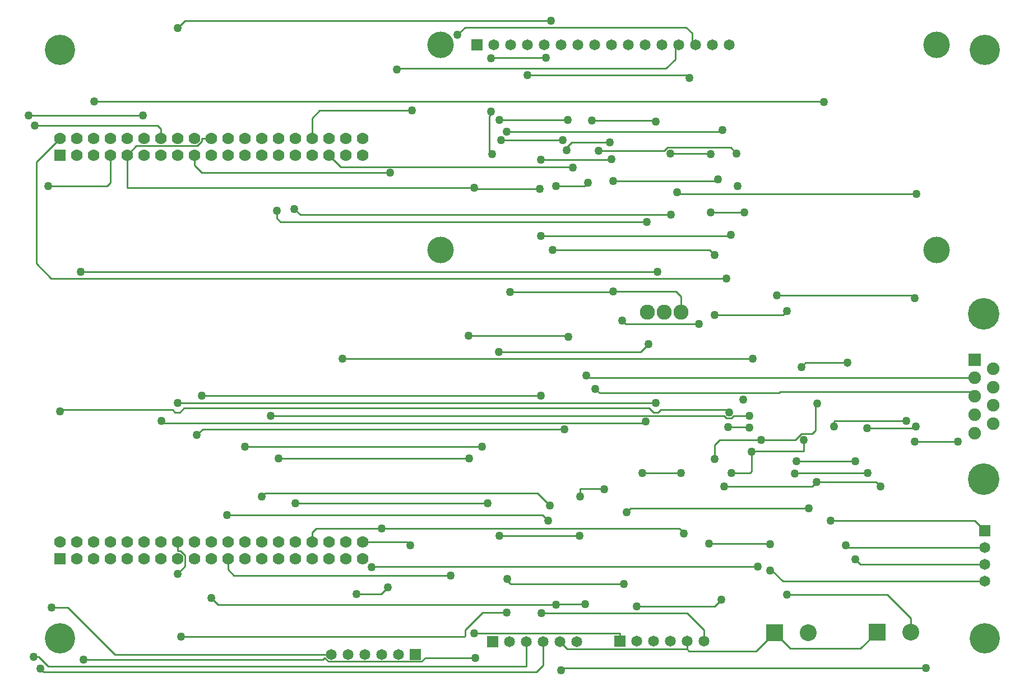
<source format=gbl>
G04*
G04 #@! TF.GenerationSoftware,Altium Limited,Altium Designer,18.1.9 (240)*
G04*
G04 Layer_Physical_Order=2*
G04 Layer_Color=16711680*
%FSLAX25Y25*%
%MOIN*%
G70*
G01*
G75*
%ADD13C,0.01000*%
%ADD26R,0.07500X0.07500*%
%ADD27C,0.07500*%
%ADD31C,0.10000*%
%ADD50R,0.06500X0.06500*%
%ADD51C,0.06500*%
%ADD52R,0.10000X0.10000*%
%ADD53R,0.06500X0.06500*%
%ADD54C,0.09000*%
%ADD55C,0.07000*%
%ADD56R,0.07000X0.07000*%
%ADD57C,0.18740*%
%ADD58C,0.05000*%
%ADD59C,0.15748*%
%ADD60C,0.18000*%
D13*
X468500Y188500D02*
X493500D01*
X466000Y186000D02*
X468500Y188500D01*
X493500Y187000D02*
Y188500D01*
X493000Y186500D02*
X493500Y187000D01*
X398000Y18250D02*
X399250Y17000D01*
X439000D01*
X398000Y18250D02*
Y23000D01*
X326750Y18250D02*
X398000D01*
X358000Y23000D02*
Y27500D01*
X271500D02*
X358000D01*
X398000Y39500D02*
X408000Y29500D01*
X311500Y39500D02*
X398000D01*
X266000Y29500D02*
X276500Y40000D01*
X290740D01*
X265500Y25500D02*
X266000Y26000D01*
X97000Y25500D02*
X265500D01*
X266000Y26000D02*
Y29500D01*
X323000Y7000D02*
X540000D01*
X323000Y5500D02*
Y7000D01*
X517000Y50500D02*
X531000Y36500D01*
X457500Y50500D02*
X517000D01*
X242414Y13000D02*
X272000D01*
X240164Y10750D02*
X242414Y13000D01*
X475169Y164169D02*
X475500D01*
X472500Y115000D02*
X475000Y117500D01*
X420000Y115000D02*
X472500D01*
X12500Y13553D02*
X18132Y7920D01*
X9500Y13553D02*
X12500D01*
X474500Y163500D02*
X475169Y164169D01*
X474500Y148142D02*
Y163500D01*
X472413Y146055D02*
X474500Y148142D01*
X211571Y67071D02*
X440135D01*
X448500Y65000D02*
X455000Y58500D01*
X447642Y65000D02*
X448500D01*
X211000Y66500D02*
X211571Y67071D01*
X414500Y139500D02*
X417555Y142555D01*
X414500Y131161D02*
Y139500D01*
X485450Y153550D02*
X485899Y154000D01*
X528500D01*
X485450Y150500D02*
Y153550D01*
X29947Y43000D02*
X57947Y15000D01*
X20000Y43000D02*
X29947D01*
X20000Y41163D02*
Y43000D01*
X39000Y12000D02*
X181490D01*
X182490Y13000D01*
X354000Y296500D02*
X415500D01*
X156250Y272250D02*
X374000D01*
X423500Y264000D02*
X424000Y264500D01*
X311000Y264000D02*
X423500D01*
X424000Y316500D02*
X427500Y313000D01*
X386550Y316500D02*
X424000D01*
X384550Y314500D02*
X386550Y316500D01*
X345559Y314500D02*
X384550D01*
X378949Y332500D02*
X379449Y332000D01*
X341500Y332500D02*
X378949D01*
X337000Y293500D02*
X339000Y295500D01*
X320000Y293500D02*
X337000D01*
X411370Y255630D02*
X414500Y252500D01*
X318177Y255630D02*
X411370D01*
X412000Y278000D02*
X432000D01*
X533000Y149500D02*
X534000Y150500D01*
X505000Y149500D02*
X533000D01*
X532000Y228500D02*
X533500Y227000D01*
X451500Y228500D02*
X532000D01*
X455161Y217000D02*
X457500Y219339D01*
X414500Y217000D02*
X455161D01*
X411000Y81000D02*
X447142D01*
X447642Y80500D01*
X510500Y117500D02*
X513000Y115000D01*
X475000Y117500D02*
X510500D01*
X462000Y122500D02*
X462500Y123000D01*
X505500D01*
X566181Y171327D02*
X569008Y168500D01*
X453550Y171327D02*
X566181D01*
X452724Y170500D02*
X453550Y171327D01*
X346000Y170500D02*
X452724D01*
X343500Y173000D02*
X346000Y170500D01*
X466157Y146055D02*
X472413D01*
X462657Y142555D02*
X466157Y146055D01*
X442000Y142555D02*
X462657D01*
X417555D02*
X442000D01*
X411500Y313000D02*
X412000Y312500D01*
X388000Y313000D02*
X411500D01*
X415500Y296500D02*
X416500Y297500D01*
X271500Y292500D02*
X272000Y292000D01*
X310500D01*
X352661Y309161D02*
X353000Y309500D01*
X311161Y309161D02*
X352661D01*
X329500Y319500D02*
X352000D01*
X326500Y316500D02*
X329500Y319500D01*
X326500Y315000D02*
Y316500D01*
X320000Y44500D02*
X320500Y45000D01*
X337500D01*
X334500Y107500D02*
Y109000D01*
X348500Y113500D02*
X348677Y113323D01*
X334500Y113500D02*
X348500D01*
X334500Y109000D02*
Y113500D01*
X436500Y124000D02*
Y135500D01*
X435500Y123000D02*
X436500Y124000D01*
X424500Y123000D02*
X435500D01*
X436500Y135500D02*
X437000Y136000D01*
X467500D01*
X467606Y136106D01*
Y142555D01*
X210500Y67000D02*
X211000Y66500D01*
X422421Y150110D02*
X433890D01*
X433000Y150000D02*
X434000D01*
X433890Y150110D02*
X434000Y150000D01*
X290500Y59500D02*
X293000Y57000D01*
X360500D01*
X362000Y99500D02*
X364500Y102000D01*
X361500Y99000D02*
X362000Y99500D01*
X364500Y102000D02*
X470500D01*
X414500Y43500D02*
X418500Y47500D01*
X368000Y43500D02*
X414500D01*
X278500Y105000D02*
X279500Y106000D01*
X396000Y87000D02*
Y87500D01*
X393500Y90000D02*
X396000Y87500D01*
X216500Y90000D02*
X393500D01*
X322500Y22500D02*
X326750Y18250D01*
X115000Y48500D02*
X119000Y44500D01*
X320000D01*
X439000Y17000D02*
X450000Y28000D01*
X459500Y18500D01*
X501217D01*
X511000Y28283D01*
X533500Y141500D02*
X559000D01*
X145000Y109000D02*
X147000Y111000D01*
X309000D02*
X316500Y103500D01*
X147000Y111000D02*
X309000D01*
X165000Y105000D02*
X278500D01*
X155000Y131500D02*
X268500D01*
X95000Y63000D02*
X99500Y67500D01*
Y73864D01*
X96864Y76500D02*
X99500Y73864D01*
X95000Y76500D02*
X96864D01*
X95000D02*
Y82000D01*
X37500Y242500D02*
X380500D01*
X392000Y290000D02*
X393000Y289000D01*
X534500D01*
X184740Y10750D02*
X240164D01*
X182490Y13000D02*
X184740Y10750D01*
X437000Y191000D02*
X437500Y190500D01*
X193000Y191000D02*
X437000D01*
X425950Y157000D02*
X433500D01*
X424450Y155500D02*
X425950Y157000D01*
X421550Y155500D02*
X424450D01*
X420050Y157000D02*
X421550Y155500D01*
X150500Y157000D02*
X420050D01*
X375550Y161500D02*
X378050Y159000D01*
X98950Y161500D02*
X375550D01*
X96450Y159000D02*
X98950Y161500D01*
X372500Y152500D02*
X373500Y153500D01*
X87000Y152500D02*
X372500D01*
X85500Y154000D02*
X87000Y152500D01*
X382450Y160500D02*
X421500D01*
X380950Y159000D02*
X382450Y160500D01*
X378050Y159000D02*
X380950D01*
X93550D02*
X96450D01*
X92050Y160500D02*
X93550Y159000D01*
X26000Y160500D02*
X92050D01*
X421500D02*
X423000Y159000D01*
X25000Y159500D02*
X26000Y160500D01*
X276000Y138500D02*
X276500Y139000D01*
X135000Y138500D02*
X276000D01*
X312000Y98000D02*
X315500Y94500D01*
X124500Y98000D02*
X312000D01*
X287500Y321000D02*
X324000D01*
X327000Y333000D02*
X327500Y333500D01*
X286500Y333000D02*
X327000D01*
X65000Y292500D02*
X271500D01*
X65000D02*
Y312000D01*
X70500Y317500D01*
X106864D01*
X109500Y320136D01*
Y322000D01*
X115000D01*
X311000Y169000D02*
X312000Y168000D01*
X109500Y169000D02*
X311000D01*
X479500Y343500D02*
X480000Y343000D01*
X479000Y344000D02*
X479500Y343500D01*
X45500Y344000D02*
X479000D01*
X19917Y238500D02*
X421500D01*
X11000Y247417D02*
X19917Y238500D01*
X11000Y247417D02*
Y308000D01*
X25000Y322000D01*
X398000Y359500D02*
X399500Y358000D01*
X303000Y359500D02*
X398000D01*
X95000Y387500D02*
X99500Y392000D01*
X317000D01*
X370500Y195000D02*
X375000Y199500D01*
X286000Y195000D02*
X370500D01*
X280500Y314114D02*
X282114Y312500D01*
X280500Y314114D02*
Y335121D01*
X281500Y336121D01*
Y338000D01*
Y369500D02*
X282000Y370000D01*
X314000D01*
X106500Y145500D02*
X110000Y149000D01*
X325000D01*
X371500Y123000D02*
X394500D01*
Y218500D02*
Y228000D01*
X391500Y231000D02*
X394500Y228000D01*
X354000Y231000D02*
X391500D01*
X353500Y230500D02*
X354000Y231000D01*
X292929Y230500D02*
X353500D01*
X154000Y274500D02*
Y279000D01*
Y274500D02*
X156250Y272250D01*
X164500Y280000D02*
X168000Y276500D01*
X388500D01*
X185000Y312000D02*
X192000Y305000D01*
X329500D01*
X330000Y304500D01*
X327000Y204500D02*
X327500Y204000D01*
X268000Y204500D02*
X327000D01*
X105000Y306000D02*
Y312000D01*
Y306000D02*
X109500Y301500D01*
X221500D01*
X225500Y363000D02*
X226000Y363500D01*
X385500D01*
X391000Y369000D01*
Y377000D01*
X125000Y65500D02*
Y72000D01*
Y65500D02*
X128500Y62000D01*
X257500D01*
X261500Y383500D02*
X266000Y388000D01*
X397500D01*
X401000Y384500D01*
Y377000D02*
Y384500D01*
X359500Y213500D02*
X361500Y211500D01*
X405000D01*
X290740Y326000D02*
X418260D01*
X419000Y326740D01*
X338000Y181000D02*
X339595Y179405D01*
X569008D01*
X494000Y78500D02*
X575000D01*
X492500Y80000D02*
X494000Y78500D01*
X483500Y94500D02*
X569000D01*
X575000Y88500D01*
X463000Y130000D02*
X498000D01*
Y71500D02*
X501000Y68500D01*
X575000D01*
X455000Y58500D02*
X575000D01*
X531000Y28283D02*
Y36500D01*
X408000Y23000D02*
Y29500D01*
X95000Y164500D02*
X379500D01*
X6500Y335500D02*
X74500D01*
X13500Y6500D02*
X15500Y4500D01*
X308500D01*
X312500Y8500D01*
Y22500D01*
X85000Y322000D02*
Y327500D01*
X83000Y329500D02*
X85000Y327500D01*
X10000Y329500D02*
X83000D01*
X18132Y7920D02*
X302420D01*
X302500Y8000D01*
Y22500D01*
X286500Y85500D02*
X334000D01*
X175000Y322000D02*
Y334000D01*
X179500Y338500D01*
X234500D01*
X231500Y82000D02*
X233475Y80025D01*
X205000Y82000D02*
X231500D01*
X205000D02*
X206975Y80025D01*
X175000Y82000D02*
Y87500D01*
X177500Y90000D01*
X216500D01*
X216000Y51000D02*
X220000Y55000D01*
X201500Y51000D02*
X216000D01*
X55000Y295500D02*
Y312000D01*
X53000Y293500D02*
X55000Y295500D01*
X18000Y293500D02*
X53000D01*
X57947Y15000D02*
X186500D01*
X322500Y21000D02*
Y22500D01*
X234025Y17475D02*
X236500Y15000D01*
D26*
X569008Y190311D02*
D03*
D27*
Y146689D02*
D03*
X580189Y152142D02*
D03*
X569008Y157595D02*
D03*
X580189Y163047D02*
D03*
X569008Y168500D02*
D03*
X580189Y173953D02*
D03*
X569008Y179405D02*
D03*
X580189Y184858D02*
D03*
D31*
X531000Y28283D02*
D03*
X470000Y28000D02*
D03*
D50*
X358000Y23000D02*
D03*
X273000Y377500D02*
D03*
X282500Y22500D02*
D03*
X236500Y15000D02*
D03*
D51*
X368000Y23000D02*
D03*
X378000D02*
D03*
X388000D02*
D03*
X398000D02*
D03*
X408000D02*
D03*
X283000Y377500D02*
D03*
X293000D02*
D03*
X303000D02*
D03*
X313000D02*
D03*
X323000D02*
D03*
X333000D02*
D03*
X343000D02*
D03*
X353000D02*
D03*
X363000D02*
D03*
X373000D02*
D03*
X383000D02*
D03*
X393000D02*
D03*
X403000D02*
D03*
X413000D02*
D03*
X423000D02*
D03*
X575000Y78500D02*
D03*
Y68500D02*
D03*
Y58500D02*
D03*
X332500Y22500D02*
D03*
X322500D02*
D03*
X312500D02*
D03*
X302500D02*
D03*
X292500D02*
D03*
X186500Y15000D02*
D03*
X196500D02*
D03*
X206500D02*
D03*
X216500D02*
D03*
X226500D02*
D03*
D52*
X511000Y28283D02*
D03*
X450000Y28000D02*
D03*
D53*
X575000Y88500D02*
D03*
D54*
X394500Y218500D02*
D03*
X384500D02*
D03*
X374500D02*
D03*
D55*
X205000Y322000D02*
D03*
Y312000D02*
D03*
X195000Y322000D02*
D03*
Y312000D02*
D03*
X185000Y322000D02*
D03*
Y312000D02*
D03*
X175000Y322000D02*
D03*
Y312000D02*
D03*
X165000Y322000D02*
D03*
Y312000D02*
D03*
X155000Y322000D02*
D03*
Y312000D02*
D03*
X145000Y322000D02*
D03*
Y312000D02*
D03*
X135000Y322000D02*
D03*
Y312000D02*
D03*
X125000Y322000D02*
D03*
Y312000D02*
D03*
X115000Y322000D02*
D03*
Y312000D02*
D03*
X105000Y322000D02*
D03*
Y312000D02*
D03*
X95000Y322000D02*
D03*
Y312000D02*
D03*
X85000Y322000D02*
D03*
Y312000D02*
D03*
X75000Y322000D02*
D03*
Y312000D02*
D03*
X65000Y322000D02*
D03*
Y312000D02*
D03*
X55000Y322000D02*
D03*
Y312000D02*
D03*
X45000Y322000D02*
D03*
Y312000D02*
D03*
X35000Y322000D02*
D03*
Y312000D02*
D03*
X25000Y322000D02*
D03*
X205000Y82000D02*
D03*
Y72000D02*
D03*
X195000Y82000D02*
D03*
Y72000D02*
D03*
X185000Y82000D02*
D03*
Y72000D02*
D03*
X175000Y82000D02*
D03*
Y72000D02*
D03*
X165000Y82000D02*
D03*
Y72000D02*
D03*
X155000Y82000D02*
D03*
Y72000D02*
D03*
X145000Y82000D02*
D03*
Y72000D02*
D03*
X135000Y82000D02*
D03*
Y72000D02*
D03*
X125000Y82000D02*
D03*
Y72000D02*
D03*
X115000Y82000D02*
D03*
Y72000D02*
D03*
X105000Y82000D02*
D03*
Y72000D02*
D03*
X95000Y82000D02*
D03*
Y72000D02*
D03*
X85000Y82000D02*
D03*
Y72000D02*
D03*
X75000Y82000D02*
D03*
Y72000D02*
D03*
X65000Y82000D02*
D03*
Y72000D02*
D03*
X55000Y82000D02*
D03*
Y72000D02*
D03*
X45000Y82000D02*
D03*
Y72000D02*
D03*
X35000Y82000D02*
D03*
Y72000D02*
D03*
X25000Y82000D02*
D03*
D56*
Y312000D02*
D03*
Y72000D02*
D03*
D57*
X574598Y217693D02*
D03*
Y119307D02*
D03*
D58*
X493500Y188500D02*
D03*
X311500Y39500D02*
D03*
X290740Y40000D02*
D03*
X271500Y27500D02*
D03*
X540000Y7000D02*
D03*
X457500Y50500D02*
D03*
X272000Y13000D02*
D03*
X323000Y5500D02*
D03*
X475500Y164169D02*
D03*
X420000Y115000D02*
D03*
X9500Y13553D02*
D03*
X440135Y67071D02*
D03*
X447642Y65000D02*
D03*
X414500Y131161D02*
D03*
X485450Y150500D02*
D03*
X20000Y43000D02*
D03*
X39000Y12000D02*
D03*
X354000Y296500D02*
D03*
X374000Y272250D02*
D03*
X311000Y264000D02*
D03*
X424000Y264500D02*
D03*
X427500Y313000D02*
D03*
X428000Y293500D02*
D03*
X345559Y314500D02*
D03*
X341500Y332500D02*
D03*
X339000Y295500D02*
D03*
X320000Y293500D02*
D03*
X379449Y332000D02*
D03*
X318177Y255630D02*
D03*
X414500Y252500D02*
D03*
X432000Y278000D02*
D03*
X412000D02*
D03*
X435000Y157000D02*
D03*
X534000Y150500D02*
D03*
X533500Y227000D02*
D03*
X451500Y228500D02*
D03*
X505000Y149500D02*
D03*
X457500Y219339D02*
D03*
X414500Y217000D02*
D03*
X411000Y81000D02*
D03*
X466000Y186000D02*
D03*
X513000Y115000D02*
D03*
X475000Y117500D02*
D03*
X505500Y123000D02*
D03*
X462000Y122500D02*
D03*
X447642Y80500D02*
D03*
X431500Y166500D02*
D03*
X442000Y142555D02*
D03*
X528500Y154000D02*
D03*
X412000Y312500D02*
D03*
X388000Y313000D02*
D03*
X416500Y297500D02*
D03*
X310500Y292000D02*
D03*
X311161Y309161D02*
D03*
X353000Y309500D02*
D03*
X352000Y319500D02*
D03*
X326500Y315000D02*
D03*
X337500Y45000D02*
D03*
X348677Y113323D02*
D03*
X334500Y109000D02*
D03*
X424500Y123000D02*
D03*
X436500Y135500D02*
D03*
X467606Y142555D02*
D03*
X435000Y150000D02*
D03*
X422421Y150110D02*
D03*
X291000Y60000D02*
D03*
X360500Y57000D02*
D03*
X362000Y99500D02*
D03*
X470500Y102000D02*
D03*
X418500Y47500D02*
D03*
X368000Y43500D02*
D03*
X396000Y87000D02*
D03*
X115000Y48500D02*
D03*
X320000Y44500D02*
D03*
X533500Y141500D02*
D03*
X559000D02*
D03*
X210500Y67000D02*
D03*
X279500Y105000D02*
D03*
X165000D02*
D03*
X268500Y131500D02*
D03*
X155000D02*
D03*
X97000Y25500D02*
D03*
X95000Y63000D02*
D03*
X380500Y242500D02*
D03*
X37500D02*
D03*
X392000Y290000D02*
D03*
X534500Y289000D02*
D03*
X437000Y191000D02*
D03*
X193000D02*
D03*
X150500Y157000D02*
D03*
X316500Y103500D02*
D03*
X145000Y109000D02*
D03*
X276000Y138500D02*
D03*
X135000D02*
D03*
X315500Y94500D02*
D03*
X124500Y98000D02*
D03*
X287500Y321000D02*
D03*
X324000D02*
D03*
X327000Y333000D02*
D03*
X286500D02*
D03*
X271500Y292500D02*
D03*
X311000Y169000D02*
D03*
X109500D02*
D03*
X479500Y343500D02*
D03*
X45500Y344000D02*
D03*
X423000Y159000D02*
D03*
X25000Y159500D02*
D03*
X421500Y238500D02*
D03*
X399500Y358000D02*
D03*
X303000Y359500D02*
D03*
X95000Y387500D02*
D03*
X317000Y392000D02*
D03*
X375000Y199500D02*
D03*
X286000Y195000D02*
D03*
X281500Y338000D02*
D03*
X282114Y312500D02*
D03*
X281500Y369500D02*
D03*
X314000Y370000D02*
D03*
X106500Y145500D02*
D03*
X325000Y149000D02*
D03*
X371500Y123000D02*
D03*
X394500D02*
D03*
X354000Y231000D02*
D03*
X292929Y230500D02*
D03*
X154000Y279000D02*
D03*
X164500Y280000D02*
D03*
X388500Y276500D02*
D03*
X330000Y304500D02*
D03*
X327500Y204000D02*
D03*
X268000Y204500D02*
D03*
X221500Y301500D02*
D03*
X225500Y363000D02*
D03*
X257500Y62000D02*
D03*
X261500Y383500D02*
D03*
X359500Y213500D02*
D03*
X405000Y211500D02*
D03*
X290740Y326000D02*
D03*
X419000Y326740D02*
D03*
X338000Y181000D02*
D03*
X343500Y173000D02*
D03*
X483500Y94500D02*
D03*
X492500Y80000D02*
D03*
X463000Y130000D02*
D03*
X498000D02*
D03*
Y71500D02*
D03*
X95000Y164500D02*
D03*
X379500D02*
D03*
X85500Y154000D02*
D03*
X373500Y153500D02*
D03*
X74500Y335500D02*
D03*
X6500D02*
D03*
X13500Y6500D02*
D03*
X10000Y329500D02*
D03*
X334000Y85500D02*
D03*
X286500D02*
D03*
X234500Y338500D02*
D03*
X233475Y80025D02*
D03*
X216500Y90000D02*
D03*
X220000Y55000D02*
D03*
X201500Y51000D02*
D03*
X18000Y293500D02*
D03*
D59*
X546622Y377500D02*
D03*
Y255453D02*
D03*
X251346D02*
D03*
Y377500D02*
D03*
D60*
X575000Y374500D02*
D03*
Y24500D02*
D03*
X25000Y374500D02*
D03*
Y24500D02*
D03*
M02*

</source>
